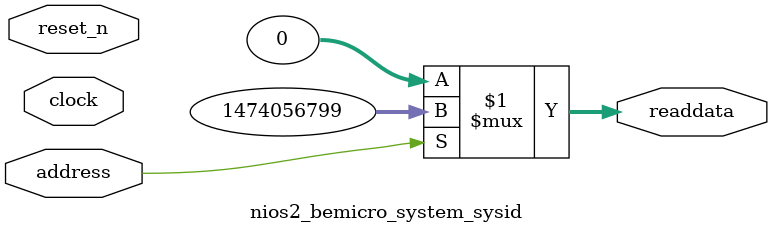
<source format=v>



// synthesis translate_off
`timescale 1ns / 1ps
// synthesis translate_on

// turn off superfluous verilog processor warnings 
// altera message_level Level1 
// altera message_off 10034 10035 10036 10037 10230 10240 10030 

module nios2_bemicro_system_sysid (
               // inputs:
                address,
                clock,
                reset_n,

               // outputs:
                readdata
             )
;

  output  [ 31: 0] readdata;
  input            address;
  input            clock;
  input            reset_n;

  wire    [ 31: 0] readdata;
  //control_slave, which is an e_avalon_slave
  assign readdata = address ? 1474056799 : 0;

endmodule



</source>
